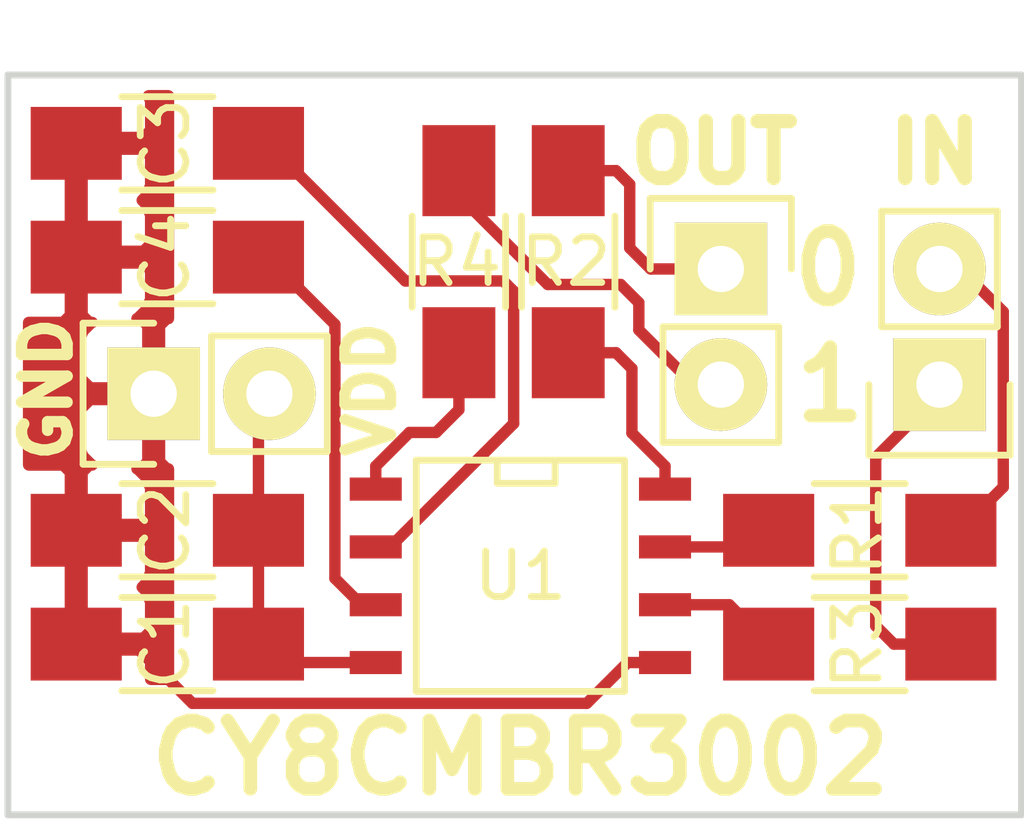
<source format=kicad_pcb>
(kicad_pcb (version 4) (host pcbnew 4.0.4+e1-6308~48~ubuntu16.04.1-stable)

  (general
    (links 18)
    (no_connects 0)
    (area 177.875 67.225 204.233334 85.35)
    (thickness 1.6)
    (drawings 11)
    (tracks 65)
    (zones 0)
    (modules 12)
    (nets 13)
  )

  (page A4)
  (layers
    (0 F.Cu signal)
    (31 B.Cu signal)
    (32 B.Adhes user)
    (33 F.Adhes user)
    (34 B.Paste user)
    (35 F.Paste user)
    (36 B.SilkS user)
    (37 F.SilkS user)
    (38 B.Mask user)
    (39 F.Mask user)
    (40 Dwgs.User user)
    (41 Cmts.User user)
    (42 Eco1.User user)
    (43 Eco2.User user)
    (44 Edge.Cuts user)
    (45 Margin user)
    (46 B.CrtYd user)
    (47 F.CrtYd user)
    (48 B.Fab user)
    (49 F.Fab user)
  )

  (setup
    (last_trace_width 0.25)
    (trace_clearance 0.2)
    (zone_clearance 0.254)
    (zone_45_only no)
    (trace_min 0.2)
    (segment_width 0.2)
    (edge_width 0.15)
    (via_size 0.6)
    (via_drill 0.4)
    (via_min_size 0.4)
    (via_min_drill 0.3)
    (uvia_size 0.3)
    (uvia_drill 0.1)
    (uvias_allowed no)
    (uvia_min_size 0.2)
    (uvia_min_drill 0.1)
    (pcb_text_width 0.3)
    (pcb_text_size 1.5 1.5)
    (mod_edge_width 0.15)
    (mod_text_size 1 1)
    (mod_text_width 0.15)
    (pad_size 1.524 1.524)
    (pad_drill 0.762)
    (pad_to_mask_clearance 0.2)
    (aux_axis_origin 0 0)
    (visible_elements FFFFFF7F)
    (pcbplotparams
      (layerselection 0x010fc_80000001)
      (usegerberextensions true)
      (excludeedgelayer true)
      (linewidth 0.100000)
      (plotframeref false)
      (viasonmask false)
      (mode 1)
      (useauxorigin false)
      (hpglpennumber 1)
      (hpglpenspeed 20)
      (hpglpendiameter 15)
      (hpglpenoverlay 2)
      (psnegative false)
      (psa4output false)
      (plotreference true)
      (plotvalue true)
      (plotinvisibletext false)
      (padsonsilk false)
      (subtractmaskfromsilk true)
      (outputformat 1)
      (mirror false)
      (drillshape 0)
      (scaleselection 1)
      (outputdirectory /home/ab/src/proto/captouch/cypress-2/cyp2_gerb/))
  )

  (net 0 "")
  (net 1 VDD)
  (net 2 GND)
  (net 3 "Net-(C3-Pad1)")
  (net 4 "Net-(C4-Pad1)")
  (net 5 "Net-(R1-Pad2)")
  (net 6 "Net-(R2-Pad1)")
  (net 7 "Net-(R3-Pad1)")
  (net 8 "Net-(R4-Pad2)")
  (net 9 /i1)
  (net 10 /i0)
  (net 11 /o0)
  (net 12 /o1)

  (net_class Default "This is the default net class."
    (clearance 0.2)
    (trace_width 0.25)
    (via_dia 0.6)
    (via_drill 0.4)
    (uvia_dia 0.3)
    (uvia_drill 0.1)
    (add_net /i0)
    (add_net /i1)
    (add_net /o0)
    (add_net /o1)
    (add_net GND)
    (add_net "Net-(C3-Pad1)")
    (add_net "Net-(C4-Pad1)")
    (add_net "Net-(R1-Pad2)")
    (add_net "Net-(R2-Pad1)")
    (add_net "Net-(R3-Pad1)")
    (add_net "Net-(R4-Pad2)")
    (add_net VDD)
  )

  (module Capacitors_SMD:C_1206_HandSoldering placed (layer F.Cu) (tedit 541A9C03) (tstamp 57FC20CD)
    (at 182.25 79 180)
    (descr "Capacitor SMD 1206, hand soldering")
    (tags "capacitor 1206")
    (path /57FC2EA8)
    (attr smd)
    (fp_text reference C2 (at 0.05 0 270) (layer F.SilkS)
      (effects (font (size 1 1) (thickness 0.15)))
    )
    (fp_text value 1uF (at -0.15 1.2 180) (layer F.Fab)
      (effects (font (size 1 1) (thickness 0.15)))
    )
    (fp_line (start -3.3 -1.15) (end 3.3 -1.15) (layer F.CrtYd) (width 0.05))
    (fp_line (start -3.3 1.15) (end 3.3 1.15) (layer F.CrtYd) (width 0.05))
    (fp_line (start -3.3 -1.15) (end -3.3 1.15) (layer F.CrtYd) (width 0.05))
    (fp_line (start 3.3 -1.15) (end 3.3 1.15) (layer F.CrtYd) (width 0.05))
    (fp_line (start 1 -1.025) (end -1 -1.025) (layer F.SilkS) (width 0.15))
    (fp_line (start -1 1.025) (end 1 1.025) (layer F.SilkS) (width 0.15))
    (pad 1 smd rect (at -2 0 180) (size 2 1.6) (layers F.Cu F.Paste F.Mask)
      (net 1 VDD))
    (pad 2 smd rect (at 2 0 180) (size 2 1.6) (layers F.Cu F.Paste F.Mask)
      (net 2 GND))
    (model Capacitors_SMD.3dshapes/C_1206_HandSoldering.wrl
      (at (xyz 0 0 0))
      (scale (xyz 1 1 1))
      (rotate (xyz 0 0 0))
    )
  )

  (module SMD_Packages:SOIC-8-N placed (layer F.Cu) (tedit 0) (tstamp 57FC210F)
    (at 190 80 270)
    (descr "Module Narrow CMS SOJ 8 pins large")
    (tags "CMS SOJ")
    (path /57FC1C1A)
    (attr smd)
    (fp_text reference U1 (at 0 0 360) (layer F.SilkS)
      (effects (font (size 1 1) (thickness 0.15)))
    )
    (fp_text value CY8CMBR3002 (at 3.6 0 360) (layer F.Fab)
      (effects (font (size 1 1) (thickness 0.15)))
    )
    (fp_line (start -2.54 -2.286) (end 2.54 -2.286) (layer F.SilkS) (width 0.15))
    (fp_line (start 2.54 -2.286) (end 2.54 2.286) (layer F.SilkS) (width 0.15))
    (fp_line (start 2.54 2.286) (end -2.54 2.286) (layer F.SilkS) (width 0.15))
    (fp_line (start -2.54 2.286) (end -2.54 -2.286) (layer F.SilkS) (width 0.15))
    (fp_line (start -2.54 -0.762) (end -2.032 -0.762) (layer F.SilkS) (width 0.15))
    (fp_line (start -2.032 -0.762) (end -2.032 0.508) (layer F.SilkS) (width 0.15))
    (fp_line (start -2.032 0.508) (end -2.54 0.508) (layer F.SilkS) (width 0.15))
    (pad 8 smd rect (at -1.905 -3.175 270) (size 0.508 1.143) (layers F.Cu F.Paste F.Mask)
      (net 6 "Net-(R2-Pad1)"))
    (pad 7 smd rect (at -0.635 -3.175 270) (size 0.508 1.143) (layers F.Cu F.Paste F.Mask)
      (net 5 "Net-(R1-Pad2)"))
    (pad 6 smd rect (at 0.635 -3.175 270) (size 0.508 1.143) (layers F.Cu F.Paste F.Mask)
      (net 7 "Net-(R3-Pad1)"))
    (pad 5 smd rect (at 1.905 -3.175 270) (size 0.508 1.143) (layers F.Cu F.Paste F.Mask)
      (net 2 GND))
    (pad 4 smd rect (at 1.905 3.175 270) (size 0.508 1.143) (layers F.Cu F.Paste F.Mask)
      (net 1 VDD))
    (pad 3 smd rect (at 0.635 3.175 270) (size 0.508 1.143) (layers F.Cu F.Paste F.Mask)
      (net 4 "Net-(C4-Pad1)"))
    (pad 2 smd rect (at -0.635 3.175 270) (size 0.508 1.143) (layers F.Cu F.Paste F.Mask)
      (net 3 "Net-(C3-Pad1)"))
    (pad 1 smd rect (at -1.905 3.175 270) (size 0.508 1.143) (layers F.Cu F.Paste F.Mask)
      (net 8 "Net-(R4-Pad2)"))
    (model SMD_Packages.3dshapes/SOIC-8-N.wrl
      (at (xyz 0 0 0))
      (scale (xyz 0.5 0.38 0.5))
      (rotate (xyz 0 0 0))
    )
  )

  (module Capacitors_SMD:C_1206_HandSoldering placed (layer F.Cu) (tedit 541A9C03) (tstamp 57FC20C7)
    (at 182.25 81.5 180)
    (descr "Capacitor SMD 1206, hand soldering")
    (tags "capacitor 1206")
    (path /57FC2AD4)
    (attr smd)
    (fp_text reference C1 (at 0.05 0 270) (layer F.SilkS)
      (effects (font (size 1 1) (thickness 0.15)))
    )
    (fp_text value 0.1uF (at -0.15 -1.7 180) (layer F.Fab)
      (effects (font (size 1 1) (thickness 0.15)))
    )
    (fp_line (start -3.3 -1.15) (end 3.3 -1.15) (layer F.CrtYd) (width 0.05))
    (fp_line (start -3.3 1.15) (end 3.3 1.15) (layer F.CrtYd) (width 0.05))
    (fp_line (start -3.3 -1.15) (end -3.3 1.15) (layer F.CrtYd) (width 0.05))
    (fp_line (start 3.3 -1.15) (end 3.3 1.15) (layer F.CrtYd) (width 0.05))
    (fp_line (start 1 -1.025) (end -1 -1.025) (layer F.SilkS) (width 0.15))
    (fp_line (start -1 1.025) (end 1 1.025) (layer F.SilkS) (width 0.15))
    (pad 1 smd rect (at -2 0 180) (size 2 1.6) (layers F.Cu F.Paste F.Mask)
      (net 1 VDD))
    (pad 2 smd rect (at 2 0 180) (size 2 1.6) (layers F.Cu F.Paste F.Mask)
      (net 2 GND))
    (model Capacitors_SMD.3dshapes/C_1206_HandSoldering.wrl
      (at (xyz 0 0 0))
      (scale (xyz 1 1 1))
      (rotate (xyz 0 0 0))
    )
  )

  (module Capacitors_SMD:C_1206_HandSoldering placed (layer F.Cu) (tedit 541A9C03) (tstamp 57FC20D3)
    (at 182.25 70.5 180)
    (descr "Capacitor SMD 1206, hand soldering")
    (tags "capacitor 1206")
    (path /57FC1E00)
    (attr smd)
    (fp_text reference C3 (at 0.05 0 450) (layer F.SilkS)
      (effects (font (size 1 1) (thickness 0.15)))
    )
    (fp_text value 2.2nF (at -0.35 2.3 360) (layer F.Fab)
      (effects (font (size 1 1) (thickness 0.15)))
    )
    (fp_line (start -3.3 -1.15) (end 3.3 -1.15) (layer F.CrtYd) (width 0.05))
    (fp_line (start -3.3 1.15) (end 3.3 1.15) (layer F.CrtYd) (width 0.05))
    (fp_line (start -3.3 -1.15) (end -3.3 1.15) (layer F.CrtYd) (width 0.05))
    (fp_line (start 3.3 -1.15) (end 3.3 1.15) (layer F.CrtYd) (width 0.05))
    (fp_line (start 1 -1.025) (end -1 -1.025) (layer F.SilkS) (width 0.15))
    (fp_line (start -1 1.025) (end 1 1.025) (layer F.SilkS) (width 0.15))
    (pad 1 smd rect (at -2 0 180) (size 2 1.6) (layers F.Cu F.Paste F.Mask)
      (net 3 "Net-(C3-Pad1)"))
    (pad 2 smd rect (at 2 0 180) (size 2 1.6) (layers F.Cu F.Paste F.Mask)
      (net 2 GND))
    (model Capacitors_SMD.3dshapes/C_1206_HandSoldering.wrl
      (at (xyz 0 0 0))
      (scale (xyz 1 1 1))
      (rotate (xyz 0 0 0))
    )
  )

  (module Capacitors_SMD:C_1206_HandSoldering placed (layer F.Cu) (tedit 541A9C03) (tstamp 57FC20D9)
    (at 182.25 73 180)
    (descr "Capacitor SMD 1206, hand soldering")
    (tags "capacitor 1206")
    (path /57FC1C65)
    (attr smd)
    (fp_text reference C4 (at 0.05 0 450) (layer F.SilkS)
      (effects (font (size 1 1) (thickness 0.15)))
    )
    (fp_text value 0.1uF (at -0.15 -1.2 180) (layer F.Fab)
      (effects (font (size 1 1) (thickness 0.15)))
    )
    (fp_line (start -3.3 -1.15) (end 3.3 -1.15) (layer F.CrtYd) (width 0.05))
    (fp_line (start -3.3 1.15) (end 3.3 1.15) (layer F.CrtYd) (width 0.05))
    (fp_line (start -3.3 -1.15) (end -3.3 1.15) (layer F.CrtYd) (width 0.05))
    (fp_line (start 3.3 -1.15) (end 3.3 1.15) (layer F.CrtYd) (width 0.05))
    (fp_line (start 1 -1.025) (end -1 -1.025) (layer F.SilkS) (width 0.15))
    (fp_line (start -1 1.025) (end 1 1.025) (layer F.SilkS) (width 0.15))
    (pad 1 smd rect (at -2 0 180) (size 2 1.6) (layers F.Cu F.Paste F.Mask)
      (net 4 "Net-(C4-Pad1)"))
    (pad 2 smd rect (at 2 0 180) (size 2 1.6) (layers F.Cu F.Paste F.Mask)
      (net 2 GND))
    (model Capacitors_SMD.3dshapes/C_1206_HandSoldering.wrl
      (at (xyz 0 0 0))
      (scale (xyz 1 1 1))
      (rotate (xyz 0 0 0))
    )
  )

  (module Pin_Headers:Pin_Header_Straight_1x02 placed (layer F.Cu) (tedit 57FC2EFD) (tstamp 57FC20DF)
    (at 181.95 76 90)
    (descr "Through hole pin header")
    (tags "pin header")
    (path /57FC2CA8)
    (fp_text reference P1 (at 0 -3 90) (layer F.SilkS) hide
      (effects (font (size 1 1) (thickness 0.15)))
    )
    (fp_text value CONN_01X02 (at 0 -3.1 90) (layer F.Fab) hide
      (effects (font (size 1 1) (thickness 0.15)))
    )
    (fp_line (start 1.27 1.27) (end 1.27 3.81) (layer F.SilkS) (width 0.15))
    (fp_line (start 1.55 -1.55) (end 1.55 0) (layer F.SilkS) (width 0.15))
    (fp_line (start -1.75 -1.75) (end -1.75 4.3) (layer F.CrtYd) (width 0.05))
    (fp_line (start 1.75 -1.75) (end 1.75 4.3) (layer F.CrtYd) (width 0.05))
    (fp_line (start -1.75 -1.75) (end 1.75 -1.75) (layer F.CrtYd) (width 0.05))
    (fp_line (start -1.75 4.3) (end 1.75 4.3) (layer F.CrtYd) (width 0.05))
    (fp_line (start 1.27 1.27) (end -1.27 1.27) (layer F.SilkS) (width 0.15))
    (fp_line (start -1.55 0) (end -1.55 -1.55) (layer F.SilkS) (width 0.15))
    (fp_line (start -1.55 -1.55) (end 1.55 -1.55) (layer F.SilkS) (width 0.15))
    (fp_line (start -1.27 1.27) (end -1.27 3.81) (layer F.SilkS) (width 0.15))
    (fp_line (start -1.27 3.81) (end 1.27 3.81) (layer F.SilkS) (width 0.15))
    (pad 1 thru_hole rect (at 0 0 90) (size 2.032 2.032) (drill 1.016) (layers *.Cu *.Mask F.SilkS)
      (net 2 GND))
    (pad 2 thru_hole oval (at 0 2.54 90) (size 2.032 2.032) (drill 1.016) (layers *.Cu *.Mask F.SilkS)
      (net 1 VDD))
    (model Pin_Headers.3dshapes/Pin_Header_Straight_1x02.wrl
      (at (xyz 0 -0.05 0))
      (scale (xyz 1 1 1))
      (rotate (xyz 0 0 90))
    )
  )

  (module Pin_Headers:Pin_Header_Straight_1x02 placed (layer F.Cu) (tedit 57FC2EC4) (tstamp 57FC20E5)
    (at 199.2 75.8 180)
    (descr "Through hole pin header")
    (tags "pin header")
    (path /57FC278D)
    (fp_text reference P2 (at 3 1 270) (layer F.SilkS) hide
      (effects (font (size 1 1) (thickness 0.15)))
    )
    (fp_text value CONN_01X02 (at 0 -3.1 180) (layer F.Fab) hide
      (effects (font (size 1 1) (thickness 0.15)))
    )
    (fp_line (start 1.27 1.27) (end 1.27 3.81) (layer F.SilkS) (width 0.15))
    (fp_line (start 1.55 -1.55) (end 1.55 0) (layer F.SilkS) (width 0.15))
    (fp_line (start -1.75 -1.75) (end -1.75 4.3) (layer F.CrtYd) (width 0.05))
    (fp_line (start 1.75 -1.75) (end 1.75 4.3) (layer F.CrtYd) (width 0.05))
    (fp_line (start -1.75 -1.75) (end 1.75 -1.75) (layer F.CrtYd) (width 0.05))
    (fp_line (start -1.75 4.3) (end 1.75 4.3) (layer F.CrtYd) (width 0.05))
    (fp_line (start 1.27 1.27) (end -1.27 1.27) (layer F.SilkS) (width 0.15))
    (fp_line (start -1.55 0) (end -1.55 -1.55) (layer F.SilkS) (width 0.15))
    (fp_line (start -1.55 -1.55) (end 1.55 -1.55) (layer F.SilkS) (width 0.15))
    (fp_line (start -1.27 1.27) (end -1.27 3.81) (layer F.SilkS) (width 0.15))
    (fp_line (start -1.27 3.81) (end 1.27 3.81) (layer F.SilkS) (width 0.15))
    (pad 1 thru_hole rect (at 0 0 180) (size 2.032 2.032) (drill 1.016) (layers *.Cu *.Mask F.SilkS)
      (net 9 /i1))
    (pad 2 thru_hole oval (at 0 2.54 180) (size 2.032 2.032) (drill 1.016) (layers *.Cu *.Mask F.SilkS)
      (net 10 /i0))
    (model Pin_Headers.3dshapes/Pin_Header_Straight_1x02.wrl
      (at (xyz 0 -0.05 0))
      (scale (xyz 1 1 1))
      (rotate (xyz 0 0 90))
    )
  )

  (module Pin_Headers:Pin_Header_Straight_1x02 placed (layer F.Cu) (tedit 57FC2EC1) (tstamp 57FC20EB)
    (at 194.4 73.26)
    (descr "Through hole pin header")
    (tags "pin header")
    (path /57FC26AD)
    (fp_text reference P3 (at 6 1) (layer F.SilkS) hide
      (effects (font (size 1 1) (thickness 0.15)))
    )
    (fp_text value CONN_01X02 (at 0 -3.1) (layer F.Fab) hide
      (effects (font (size 1 1) (thickness 0.15)))
    )
    (fp_line (start 1.27 1.27) (end 1.27 3.81) (layer F.SilkS) (width 0.15))
    (fp_line (start 1.55 -1.55) (end 1.55 0) (layer F.SilkS) (width 0.15))
    (fp_line (start -1.75 -1.75) (end -1.75 4.3) (layer F.CrtYd) (width 0.05))
    (fp_line (start 1.75 -1.75) (end 1.75 4.3) (layer F.CrtYd) (width 0.05))
    (fp_line (start -1.75 -1.75) (end 1.75 -1.75) (layer F.CrtYd) (width 0.05))
    (fp_line (start -1.75 4.3) (end 1.75 4.3) (layer F.CrtYd) (width 0.05))
    (fp_line (start 1.27 1.27) (end -1.27 1.27) (layer F.SilkS) (width 0.15))
    (fp_line (start -1.55 0) (end -1.55 -1.55) (layer F.SilkS) (width 0.15))
    (fp_line (start -1.55 -1.55) (end 1.55 -1.55) (layer F.SilkS) (width 0.15))
    (fp_line (start -1.27 1.27) (end -1.27 3.81) (layer F.SilkS) (width 0.15))
    (fp_line (start -1.27 3.81) (end 1.27 3.81) (layer F.SilkS) (width 0.15))
    (pad 1 thru_hole rect (at 0 0) (size 2.032 2.032) (drill 1.016) (layers *.Cu *.Mask F.SilkS)
      (net 11 /o0))
    (pad 2 thru_hole oval (at 0 2.54) (size 2.032 2.032) (drill 1.016) (layers *.Cu *.Mask F.SilkS)
      (net 12 /o1))
    (model Pin_Headers.3dshapes/Pin_Header_Straight_1x02.wrl
      (at (xyz 0 -0.05 0))
      (scale (xyz 1 1 1))
      (rotate (xyz 0 0 90))
    )
  )

  (module Capacitors_SMD:C_1206_HandSoldering placed (layer F.Cu) (tedit 541A9C03) (tstamp 57FC20F1)
    (at 197.45 79 180)
    (descr "Capacitor SMD 1206, hand soldering")
    (tags "capacitor 1206")
    (path /57FC1F2D)
    (attr smd)
    (fp_text reference R1 (at 0.05 0 270) (layer F.SilkS)
      (effects (font (size 1 1) (thickness 0.15)))
    )
    (fp_text value 560 (at 0.85 1.6 360) (layer F.Fab)
      (effects (font (size 1 1) (thickness 0.15)))
    )
    (fp_line (start -3.3 -1.15) (end 3.3 -1.15) (layer F.CrtYd) (width 0.05))
    (fp_line (start -3.3 1.15) (end 3.3 1.15) (layer F.CrtYd) (width 0.05))
    (fp_line (start -3.3 -1.15) (end -3.3 1.15) (layer F.CrtYd) (width 0.05))
    (fp_line (start 3.3 -1.15) (end 3.3 1.15) (layer F.CrtYd) (width 0.05))
    (fp_line (start 1 -1.025) (end -1 -1.025) (layer F.SilkS) (width 0.15))
    (fp_line (start -1 1.025) (end 1 1.025) (layer F.SilkS) (width 0.15))
    (pad 1 smd rect (at -2 0 180) (size 2 1.6) (layers F.Cu F.Paste F.Mask)
      (net 10 /i0))
    (pad 2 smd rect (at 2 0 180) (size 2 1.6) (layers F.Cu F.Paste F.Mask)
      (net 5 "Net-(R1-Pad2)"))
    (model Capacitors_SMD.3dshapes/C_1206_HandSoldering.wrl
      (at (xyz 0 0 0))
      (scale (xyz 1 1 1))
      (rotate (xyz 0 0 0))
    )
  )

  (module Capacitors_SMD:C_1206_HandSoldering placed (layer F.Cu) (tedit 541A9C03) (tstamp 57FC20F7)
    (at 191.05 73.1 90)
    (descr "Capacitor SMD 1206, hand soldering")
    (tags "capacitor 1206")
    (path /57FC24A7)
    (attr smd)
    (fp_text reference R2 (at 0 -0.05 180) (layer F.SilkS)
      (effects (font (size 1 1) (thickness 0.15)))
    )
    (fp_text value 10k (at 0.3 1.55 90) (layer F.Fab)
      (effects (font (size 1 1) (thickness 0.15)))
    )
    (fp_line (start -3.3 -1.15) (end 3.3 -1.15) (layer F.CrtYd) (width 0.05))
    (fp_line (start -3.3 1.15) (end 3.3 1.15) (layer F.CrtYd) (width 0.05))
    (fp_line (start -3.3 -1.15) (end -3.3 1.15) (layer F.CrtYd) (width 0.05))
    (fp_line (start 3.3 -1.15) (end 3.3 1.15) (layer F.CrtYd) (width 0.05))
    (fp_line (start 1 -1.025) (end -1 -1.025) (layer F.SilkS) (width 0.15))
    (fp_line (start -1 1.025) (end 1 1.025) (layer F.SilkS) (width 0.15))
    (pad 1 smd rect (at -2 0 90) (size 2 1.6) (layers F.Cu F.Paste F.Mask)
      (net 6 "Net-(R2-Pad1)"))
    (pad 2 smd rect (at 2 0 90) (size 2 1.6) (layers F.Cu F.Paste F.Mask)
      (net 11 /o0))
    (model Capacitors_SMD.3dshapes/C_1206_HandSoldering.wrl
      (at (xyz 0 0 0))
      (scale (xyz 1 1 1))
      (rotate (xyz 0 0 0))
    )
  )

  (module Capacitors_SMD:C_1206_HandSoldering placed (layer F.Cu) (tedit 541A9C03) (tstamp 57FC20FD)
    (at 197.45 81.5)
    (descr "Capacitor SMD 1206, hand soldering")
    (tags "capacitor 1206")
    (path /57FC1ED4)
    (attr smd)
    (fp_text reference R3 (at -0.05 0 270) (layer F.SilkS)
      (effects (font (size 1 1) (thickness 0.15)))
    )
    (fp_text value 560 (at -0.65 1.7 180) (layer F.Fab)
      (effects (font (size 1 1) (thickness 0.15)))
    )
    (fp_line (start -3.3 -1.15) (end 3.3 -1.15) (layer F.CrtYd) (width 0.05))
    (fp_line (start -3.3 1.15) (end 3.3 1.15) (layer F.CrtYd) (width 0.05))
    (fp_line (start -3.3 -1.15) (end -3.3 1.15) (layer F.CrtYd) (width 0.05))
    (fp_line (start 3.3 -1.15) (end 3.3 1.15) (layer F.CrtYd) (width 0.05))
    (fp_line (start 1 -1.025) (end -1 -1.025) (layer F.SilkS) (width 0.15))
    (fp_line (start -1 1.025) (end 1 1.025) (layer F.SilkS) (width 0.15))
    (pad 1 smd rect (at -2 0) (size 2 1.6) (layers F.Cu F.Paste F.Mask)
      (net 7 "Net-(R3-Pad1)"))
    (pad 2 smd rect (at 2 0) (size 2 1.6) (layers F.Cu F.Paste F.Mask)
      (net 9 /i1))
    (model Capacitors_SMD.3dshapes/C_1206_HandSoldering.wrl
      (at (xyz 0 0 0))
      (scale (xyz 1 1 1))
      (rotate (xyz 0 0 0))
    )
  )

  (module Capacitors_SMD:C_1206_HandSoldering placed (layer F.Cu) (tedit 541A9C03) (tstamp 57FC2103)
    (at 188.65 73.1 270)
    (descr "Capacitor SMD 1206, hand soldering")
    (tags "capacitor 1206")
    (path /57FC2567)
    (attr smd)
    (fp_text reference R4 (at 0 0.05 360) (layer F.SilkS)
      (effects (font (size 1 1) (thickness 0.15)))
    )
    (fp_text value 10k (at -0.3 1.65 270) (layer F.Fab)
      (effects (font (size 1 1) (thickness 0.15)))
    )
    (fp_line (start -3.3 -1.15) (end 3.3 -1.15) (layer F.CrtYd) (width 0.05))
    (fp_line (start -3.3 1.15) (end 3.3 1.15) (layer F.CrtYd) (width 0.05))
    (fp_line (start -3.3 -1.15) (end -3.3 1.15) (layer F.CrtYd) (width 0.05))
    (fp_line (start 3.3 -1.15) (end 3.3 1.15) (layer F.CrtYd) (width 0.05))
    (fp_line (start 1 -1.025) (end -1 -1.025) (layer F.SilkS) (width 0.15))
    (fp_line (start -1 1.025) (end 1 1.025) (layer F.SilkS) (width 0.15))
    (pad 1 smd rect (at -2 0 270) (size 2 1.6) (layers F.Cu F.Paste F.Mask)
      (net 12 /o1))
    (pad 2 smd rect (at 2 0 270) (size 2 1.6) (layers F.Cu F.Paste F.Mask)
      (net 8 "Net-(R4-Pad2)"))
    (model Capacitors_SMD.3dshapes/C_1206_HandSoldering.wrl
      (at (xyz 0 0 0))
      (scale (xyz 1 1 1))
      (rotate (xyz 0 0 0))
    )
  )

  (gr_line (start 201 69) (end 178.748596 69) (layer Edge.Cuts) (width 0.15))
  (gr_line (start 201 85.25) (end 201 69) (layer Edge.Cuts) (width 0.15))
  (gr_line (start 178.75 85.25) (end 201 85.25) (layer Edge.Cuts) (width 0.15))
  (gr_line (start 178.75 69) (end 178.75 85.25) (layer Edge.Cuts) (width 0.15))
  (gr_text "CY8CMBR3002\n" (at 190 84) (layer F.SilkS)
    (effects (font (size 1.5 1.5) (thickness 0.3)))
  )
  (gr_text IN (at 199.1 70.7) (layer F.SilkS)
    (effects (font (size 1.25 1.25) (thickness 0.3125)))
  )
  (gr_text VDD (at 186.7 75.9 90) (layer F.SilkS) (tstamp 57FC2D5A)
    (effects (font (size 1 1) (thickness 0.25)))
  )
  (gr_text OUT (at 194.25 70.7) (layer F.SilkS)
    (effects (font (size 1.25 1.25) (thickness 0.3125)))
  )
  (gr_text GND (at 179.6 75.9 90) (layer F.SilkS)
    (effects (font (size 1 1) (thickness 0.25)))
  )
  (gr_text 1 (at 196.8 75.8) (layer F.SilkS)
    (effects (font (size 1.5 1.5) (thickness 0.3)))
  )
  (gr_text 0 (at 196.75 73.25) (layer F.SilkS)
    (effects (font (size 1.5 1.5) (thickness 0.3)))
  )

  (segment (start 184.25 79) (end 184.25 76.24) (width 0.25) (layer F.Cu) (net 1))
  (segment (start 184.25 76.24) (end 184.49 76) (width 0.25) (layer F.Cu) (net 1))
  (segment (start 184.25 81.5) (end 184.25 79) (width 0.25) (layer F.Cu) (net 1))
  (segment (start 186.825 81.905) (end 184.655 81.905) (width 0.25) (layer F.Cu) (net 1))
  (segment (start 184.655 81.905) (end 184.25 81.5) (width 0.25) (layer F.Cu) (net 1))
  (segment (start 193.175 81.905) (end 192.3535 81.905) (width 0.25) (layer F.Cu) (net 2))
  (segment (start 192.3535 81.905) (end 191.457938 82.800562) (width 0.25) (layer F.Cu) (net 2))
  (segment (start 191.457938 82.800562) (end 182.800562 82.800562) (width 0.25) (layer F.Cu) (net 2))
  (segment (start 182.800562 82.800562) (end 181.5 81.5) (width 0.25) (layer F.Cu) (net 2))
  (segment (start 181.5 81.5) (end 180.25 81.5) (width 0.25) (layer F.Cu) (net 2))
  (segment (start 180.25 79) (end 180.25 76.434) (width 0.25) (layer F.Cu) (net 2))
  (segment (start 180.25 76.434) (end 180.684 76) (width 0.25) (layer F.Cu) (net 2))
  (segment (start 180.684 76) (end 181.95 76) (width 0.25) (layer F.Cu) (net 2))
  (segment (start 180.25 73) (end 180.25 75.566) (width 0.25) (layer F.Cu) (net 2))
  (segment (start 180.25 75.566) (end 180.684 76) (width 0.25) (layer F.Cu) (net 2))
  (segment (start 180.25 70.5) (end 180.25 73) (width 0.25) (layer F.Cu) (net 2))
  (segment (start 187.1425 79.365) (end 186.825 79.365) (width 0.25) (layer F.Cu) (net 3))
  (segment (start 189.851674 76.655826) (end 187.1425 79.365) (width 0.25) (layer F.Cu) (net 3))
  (segment (start 189.626447 73.523273) (end 189.851674 73.7485) (width 0.25) (layer F.Cu) (net 3))
  (segment (start 187.473273 73.523273) (end 189.626447 73.523273) (width 0.25) (layer F.Cu) (net 3))
  (segment (start 184.45 70.5) (end 187.473273 73.523273) (width 0.25) (layer F.Cu) (net 3))
  (segment (start 184.25 70.5) (end 184.45 70.5) (width 0.25) (layer F.Cu) (net 3))
  (segment (start 189.851674 73.7485) (end 189.851674 76.655826) (width 0.25) (layer F.Cu) (net 3))
  (segment (start 184.25 73) (end 184.45 73) (width 0.25) (layer F.Cu) (net 4))
  (segment (start 184.45 73) (end 185.928499 74.478499) (width 0.25) (layer F.Cu) (net 4))
  (segment (start 185.928499 74.478499) (end 185.928499 80.055999) (width 0.25) (layer F.Cu) (net 4))
  (segment (start 185.928499 80.055999) (end 186.5075 80.635) (width 0.25) (layer F.Cu) (net 4))
  (segment (start 186.5075 80.635) (end 186.825 80.635) (width 0.25) (layer F.Cu) (net 4))
  (segment (start 184.25 73.25) (end 184.45 73.25) (width 0.25) (layer F.Cu) (net 4))
  (segment (start 193.175 79.365) (end 195.085 79.365) (width 0.25) (layer F.Cu) (net 5))
  (segment (start 195.085 79.365) (end 195.45 79) (width 0.25) (layer F.Cu) (net 5))
  (segment (start 191.05 75.1) (end 192.1 75.1) (width 0.25) (layer F.Cu) (net 6))
  (segment (start 193.175 77.591) (end 193.175 78.095) (width 0.25) (layer F.Cu) (net 6))
  (segment (start 192.1 75.1) (end 192.448462 75.448462) (width 0.25) (layer F.Cu) (net 6))
  (segment (start 192.448462 76.864462) (end 193.175 77.591) (width 0.25) (layer F.Cu) (net 6))
  (segment (start 192.448462 75.448462) (end 192.448462 76.864462) (width 0.25) (layer F.Cu) (net 6))
  (segment (start 193.175 80.635) (end 194.585 80.635) (width 0.25) (layer F.Cu) (net 7))
  (segment (start 194.585 80.635) (end 195.45 81.5) (width 0.25) (layer F.Cu) (net 7))
  (segment (start 188.65 75.1) (end 188.65 76.35) (width 0.25) (layer F.Cu) (net 8))
  (segment (start 188.65 76.35) (end 188.15 76.85) (width 0.25) (layer F.Cu) (net 8))
  (segment (start 188.15 76.85) (end 187.566 76.85) (width 0.25) (layer F.Cu) (net 8))
  (segment (start 187.566 76.85) (end 186.825 77.591) (width 0.25) (layer F.Cu) (net 8))
  (segment (start 186.825 77.591) (end 186.825 78.095) (width 0.25) (layer F.Cu) (net 8))
  (segment (start 199.45 81.5) (end 198.2 81.5) (width 0.25) (layer F.Cu) (net 9))
  (segment (start 198.2 81.5) (end 197.8 81.1) (width 0.25) (layer F.Cu) (net 9))
  (segment (start 197.8 81.1) (end 197.8 77.4) (width 0.25) (layer F.Cu) (net 9))
  (segment (start 197.8 77.4) (end 199.2 76) (width 0.25) (layer F.Cu) (net 9))
  (segment (start 199.2 76) (end 199.2 75.8) (width 0.25) (layer F.Cu) (net 9))
  (segment (start 199.45 79) (end 199.65 79) (width 0.25) (layer F.Cu) (net 10))
  (segment (start 199.65 79) (end 200.6 78.05) (width 0.25) (layer F.Cu) (net 10))
  (segment (start 200.6 78.05) (end 200.6 74.2) (width 0.25) (layer F.Cu) (net 10))
  (segment (start 200.6 74.2) (end 199.66 73.26) (width 0.25) (layer F.Cu) (net 10))
  (segment (start 199.66 73.26) (end 199.2 73.26) (width 0.25) (layer F.Cu) (net 10))
  (segment (start 192.4 72.8) (end 192.86 73.26) (width 0.25) (layer F.Cu) (net 11))
  (segment (start 192.86 73.26) (end 194.4 73.26) (width 0.25) (layer F.Cu) (net 11))
  (segment (start 192.4 71.4) (end 192.4 72.8) (width 0.25) (layer F.Cu) (net 11))
  (segment (start 191.05 71.1) (end 192.1 71.1) (width 0.25) (layer F.Cu) (net 11))
  (segment (start 192.1 71.1) (end 192.4 71.4) (width 0.25) (layer F.Cu) (net 11))
  (segment (start 188.65 71.1) (end 188.65 71.65) (width 0.25) (layer F.Cu) (net 12))
  (segment (start 188.65 71.65) (end 190.6 73.6) (width 0.25) (layer F.Cu) (net 12))
  (segment (start 190.6 73.6) (end 192.2 73.6) (width 0.25) (layer F.Cu) (net 12))
  (segment (start 192.2 73.6) (end 192.6 74) (width 0.25) (layer F.Cu) (net 12))
  (segment (start 192.6 74.6) (end 193.8 75.8) (width 0.25) (layer F.Cu) (net 12))
  (segment (start 192.6 74) (end 192.6 74.6) (width 0.25) (layer F.Cu) (net 12))
  (segment (start 193.8 75.8) (end 194.4 75.8) (width 0.25) (layer F.Cu) (net 12))

  (zone (net 2) (net_name GND) (layer F.Cu) (tstamp 0) (hatch edge 0.508)
    (connect_pads (clearance 0.254))
    (min_thickness 0.254)
    (fill yes (arc_segments 16) (thermal_gap 0.508) (thermal_bridge_width 0.508))
    (polygon
      (pts
        (xy 179 69.2) (xy 182.4 69.2) (xy 182.4 82.4) (xy 179 82.4)
      )
    )
    (filled_polygon
      (pts
        (xy 182.273 74.349) (xy 182.23575 74.349) (xy 182.077 74.50775) (xy 182.077 75.873) (xy 182.097 75.873)
        (xy 182.097 76.127) (xy 182.077 76.127) (xy 182.077 77.49225) (xy 182.23575 77.651) (xy 182.273 77.651)
        (xy 182.273 82.273) (xy 181.885 82.273) (xy 181.885 81.78575) (xy 181.72625 81.627) (xy 180.377 81.627)
        (xy 180.377 81.647) (xy 180.123 81.647) (xy 180.123 81.627) (xy 180.103 81.627) (xy 180.103 81.373)
        (xy 180.123 81.373) (xy 180.123 79.127) (xy 180.377 79.127) (xy 180.377 81.373) (xy 181.72625 81.373)
        (xy 181.885 81.21425) (xy 181.885 80.57369) (xy 181.788327 80.340301) (xy 181.698025 80.25) (xy 181.788327 80.159699)
        (xy 181.885 79.92631) (xy 181.885 79.28575) (xy 181.72625 79.127) (xy 180.377 79.127) (xy 180.123 79.127)
        (xy 180.103 79.127) (xy 180.103 78.873) (xy 180.123 78.873) (xy 180.123 77.72375) (xy 179.96425 77.565)
        (xy 179.206 77.565) (xy 179.206 76.28575) (xy 180.299 76.28575) (xy 180.299 77.142309) (xy 180.395673 77.375698)
        (xy 180.574301 77.554327) (xy 180.600068 77.565) (xy 180.53575 77.565) (xy 180.377 77.72375) (xy 180.377 78.873)
        (xy 181.72625 78.873) (xy 181.885 78.71425) (xy 181.885 78.07369) (xy 181.788327 77.840301) (xy 181.609698 77.661673)
        (xy 181.583931 77.651) (xy 181.66425 77.651) (xy 181.823 77.49225) (xy 181.823 76.127) (xy 180.45775 76.127)
        (xy 180.299 76.28575) (xy 179.206 76.28575) (xy 179.206 74.857691) (xy 180.299 74.857691) (xy 180.299 75.71425)
        (xy 180.45775 75.873) (xy 181.823 75.873) (xy 181.823 74.50775) (xy 181.66425 74.349) (xy 181.583931 74.349)
        (xy 181.609698 74.338327) (xy 181.788327 74.159699) (xy 181.885 73.92631) (xy 181.885 73.28575) (xy 181.72625 73.127)
        (xy 180.377 73.127) (xy 180.377 74.27625) (xy 180.53575 74.435) (xy 180.600068 74.435) (xy 180.574301 74.445673)
        (xy 180.395673 74.624302) (xy 180.299 74.857691) (xy 179.206 74.857691) (xy 179.206 74.435) (xy 179.96425 74.435)
        (xy 180.123 74.27625) (xy 180.123 73.127) (xy 180.103 73.127) (xy 180.103 72.873) (xy 180.123 72.873)
        (xy 180.123 70.627) (xy 180.377 70.627) (xy 180.377 72.873) (xy 181.72625 72.873) (xy 181.885 72.71425)
        (xy 181.885 72.07369) (xy 181.788327 71.840301) (xy 181.698025 71.75) (xy 181.788327 71.659699) (xy 181.885 71.42631)
        (xy 181.885 70.78575) (xy 181.72625 70.627) (xy 180.377 70.627) (xy 180.123 70.627) (xy 180.103 70.627)
        (xy 180.103 70.373) (xy 180.123 70.373) (xy 180.123 70.353) (xy 180.377 70.353) (xy 180.377 70.373)
        (xy 181.72625 70.373) (xy 181.885 70.21425) (xy 181.885 69.57369) (xy 181.836251 69.456) (xy 182.273 69.456)
      )
    )
  )
)

</source>
